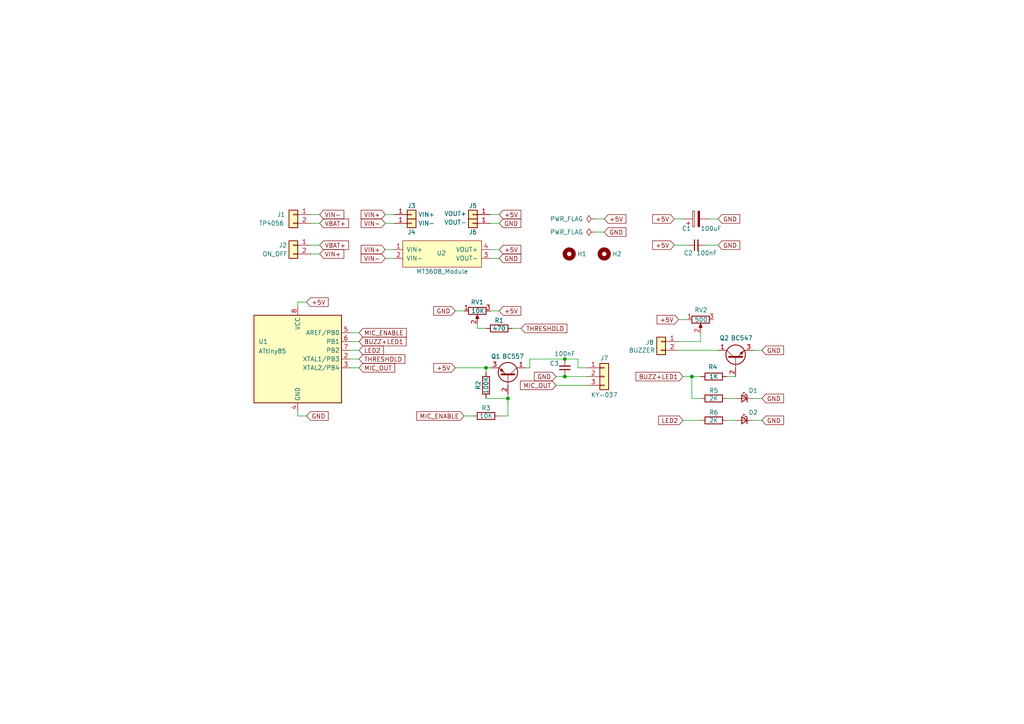
<source format=kicad_sch>
(kicad_sch (version 20250114) (generator "eeschema") (generator_version "9.0")
  (paper "A4")
  (lib_symbols
    (symbol "Connector_Generic:Conn_01x01" (pin_names (offset 1.016) (hide yes))
      (property "Reference" "J" (at 0 2.54 0))
      (property "Value" "Conn_01x01" (at 0 -2.54 0))
      (symbol "Conn_01x01_1_1"
        (rectangle (start -1.27 1.27) (end 1.27 -1.27) (stroke (width 0.254)) (fill (type background)))
        (rectangle (start -1.27 0.127) (end 0 -0.127) (stroke (width 0.1524)))
        (pin passive line (at -5.08 0 0) (length 3.81) (name "Pin_1") (number "1"))
      )
    )
    (symbol "Connector_Generic:Conn_01x02" (pin_names (offset 1.016) (hide yes))
      (property "Reference" "J" (at 0 2.54 0))
      (property "Value" "Conn_01x02" (at 0 -5.08 0))
      (symbol "Conn_01x02_1_1"
        (rectangle (start -1.27 1.27) (end 1.27 -3.81) (stroke (width 0.254)) (fill (type background)))
        (rectangle (start -1.27 0.127) (end 0 -0.127) (stroke (width 0.1524)))
        (rectangle (start -1.27 -2.413) (end 0 -2.667) (stroke (width 0.1524)))
        (pin passive line (at -5.08 0 0) (length 3.81) (name "Pin_1") (number "1"))
        (pin passive line (at -5.08 -2.54 0) (length 3.81) (name "Pin_2") (number "2"))
      )
    )
    (symbol "Connector_Generic:Conn_01x03" (pin_names (offset 1.016) (hide yes))
      (property "Reference" "J" (at 0 5.08 0))
      (property "Value" "Conn_01x03" (at 0 -5.08 0))
      (symbol "Conn_01x03_1_1"
        (rectangle (start -1.27 3.81) (end 1.27 -3.81) (stroke (width 0.254)) (fill (type background)))
        (rectangle (start -1.27 2.667) (end 0 2.413) (stroke (width 0.1524)))
        (rectangle (start -1.27 0.127) (end 0 -0.127) (stroke (width 0.1524)))
        (rectangle (start -1.27 -2.413) (end 0 -2.667) (stroke (width 0.1524)))
        (pin passive line (at -5.08 2.54 0) (length 3.81) (name "Pin_1") (number "1"))
        (pin passive line (at -5.08 0 0) (length 3.81) (name "Pin_2") (number "2"))
        (pin passive line (at -5.08 -2.54 0) (length 3.81) (name "Pin_3") (number "3"))
      )
    )
    (symbol "Custom:DC_Boost_Converter_MT3608_Module" (pin_names (offset 1.016))
      (property "Reference" "U" (at -0.254 0 0))
      (property "Value" "MT3608_Module" (at 0 -6.35 0))
      (symbol "DC_Boost_Converter_MT3608_Module_0_1"
        (rectangle (start -11.43 3.81) (end 11.43 -3.81) (fill (type background)))
      )
      (symbol "DC_Boost_Converter_MT3608_Module_1_1"
        (pin input line (at -13.97 1.27 0) (length 2.54) (name "VIN+") (number "1"))
        (pin input line (at -13.97 -1.27 0) (length 2.54) (name "VIN-") (number "2"))
        (pin input line (at 13.97 1.27 180) (length 2.54) (name "VOUT+") (number "4"))
        (pin input line (at 13.97 -1.27 180) (length 2.54) (name "VOUT-") (number "3"))
      )
    )
    (symbol "Device:C_Polarized" (pin_numbers (hide yes)) (pin_names (offset 0.254))
      (property "Reference" "C" (at 0.635 2.54 0))
      (property "Value" "C_Polarized" (at 0.635 -2.54 0))
      (symbol "C_Polarized_0_1"
        (rectangle (start -2.286 0.508) (end 2.286 1.016))
        (polyline (pts (xy -1.778 2.286) (xy -0.762 2.286)))
        (polyline (pts (xy -1.27 2.794) (xy -1.27 1.778)))
        (rectangle (start 2.286 -0.508) (end -2.286 -1.016) (fill (type outline)))
      )
      (symbol "C_Polarized_1_1"
        (pin passive line (at 0 3.81 270) (length 2.794) (name "~") (number "1"))
        (pin passive line (at 0 -3.81 90) (length 2.794) (name "~") (number "2"))
      )
    )
    (symbol "Device:R" (pin_numbers (hide yes)) (pin_names (offset 0))
      (property "Reference" "R" (at 2.032 0 90))
      (property "Value" "R" (at 0 0 90))
      (symbol "R_0_1"
        (rectangle (start -1.016 -2.54) (end 1.016 2.54) (stroke (width 0.254)))
      )
      (symbol "R_1_1"
        (pin passive line (at 0 3.81 270) (length 1.27) (name "~") (number "1"))
        (pin passive line (at 0 -3.81 90) (length 1.27) (name "~") (number "2"))
      )
    )
    (symbol "Device:R_Potentiometer" (pin_names (offset 1.016) (hide yes))
      (property "Reference" "RV" (at -4.445 0 90))
      (property "Value" "R_Potentiometer" (at -2.54 0 90))
      (symbol "R_Potentiometer_0_1"
        (rectangle (start 1.016 2.54) (end -1.016 -2.54) (stroke (width 0.254)))
        (polyline (pts (xy 1.143 0) (xy 2.286 0.508) (xy 2.286 -0.508) (xy 1.143 0)) (fill (type outline)))
        (polyline (pts (xy 2.54 0) (xy 1.524 0)))
      )
      (symbol "R_Potentiometer_1_1"
        (pin passive line (at 0 3.81 270) (length 1.27) (name "1") (number "1"))
        (pin passive line (at 0 -3.81 90) (length 1.27) (name "3") (number "3"))
        (pin passive line (at 3.81 0 180) (length 1.27) (name "2") (number "2"))
      )
    )
    (symbol "MCU_Microchip_ATtiny:ATtiny85-20P"
      (property "Reference" "U1" (at -8.636 5.842 0))
      (property "Value" "ATtiny85" (at -11.43 3.81 0))
      (symbol "ATtiny85-20P_0_1"
        (rectangle (start -12.7 12.7) (end 12.7 -12.7) (stroke (width 0.254)) (fill (type background)))
      )
      (symbol "ATtiny85-20P_1_1"
        (pin power_in line (at 0 15.24 270) (length 2.54) (name "VCC") (number "8"))
        (pin power_in line (at 0 -15.24 90) (length 2.54) (name "GND") (number "4"))
        (pin bidirectional line (at 15.24 7.62 180) (length 2.54) (name "AREF/PB0") (number "5"))
        (pin bidirectional line (at 15.24 5.08 180) (length 2.54) (name "PB1") (number "6"))
        (pin bidirectional line (at 15.24 2.54 180) (length 2.54) (name "PB2") (number "7"))
        (pin bidirectional line (at 15.24 0 180) (length 2.54) (name "XTAL1/PB3") (number "2"))
        (pin bidirectional line (at 15.24 -2.54 180) (length 2.54) (name "XTAL2/PB4") (number "3"))
      )
    )
    (symbol "Mechanical:MountingHole" (pin_names (offset 1.016)) (in_bom no)
      (property "Reference" "H" (at 0 5.08 0))
      (property "Value" "MountingHole" (at 0 3.175 0))
      (symbol "MountingHole_0_1"
        (circle (center 0 0) (radius 1.27) (stroke (width 1.27)))
      )
    )
    (symbol "PCM_SparkFun-Capacitor:C" (pin_numbers (hide yes)) (pin_names (offset 0.254))
      (property "Reference" "C" (at 0.635 2.54 0))
      (property "Value" "C" (at 0.635 -2.54 0))
      (property "Voltage" "1kV" (at 0 -6.35 0))
      (property "Tolerance" "100%" (at 0 -8.89 0))
      (symbol "C_0_1"
        (polyline (pts (xy -1.524 0.508) (xy 1.524 0.508)) (stroke (width 0.3048)))
        (polyline (pts (xy -1.524 -0.508) (xy 1.524 -0.508)) (stroke (width 0.3302)))
      )
      (symbol "C_1_1"
        (pin passive line (at 0 2.54 270) (length 2.032) (name "~") (number "1"))
        (pin passive line (at 0 -2.54 90) (length 2.032) (name "~") (number "2"))
      )
    )
    (symbol "PCM_SparkFun-LED:LED" (pin_numbers (hide yes)) (pin_names (offset 1.016) (hide yes))
      (property "Reference" "D" (at 0 2.54 0))
      (property "Value" "LED" (at 0 -2.54 0))
      (symbol "LED_0_1"
        (polyline (pts (xy -0.762 -1.016) (xy -0.762 1.016)) (stroke (width 0.254)))
        (polyline (pts (xy 0 0.762) (xy -0.508 1.27) (xy -0.254 1.27) (xy -0.508 1.27) (xy -0.508 1.016)))
        (polyline (pts (xy 0.508 1.27) (xy 0 1.778) (xy 0.254 1.778) (xy 0 1.778) (xy 0 1.524)))
        (polyline (pts (xy 0.762 -1.016) (xy -0.762 0) (xy 0.762 1.016) (xy 0.762 -1.016)) (stroke (width 0.254)))
        (polyline (pts (xy 1.016 0) (xy -0.762 0)))
      )
      (symbol "LED_1_1"
        (pin passive line (at -2.54 0 0) (length 1.778) (name "K") (number "1"))
        (pin passive line (at 2.54 0 180) (length 1.778) (name "A") (number "2"))
      )
    )
    (symbol "R_Potentiometer_1" (pin_names (offset 1.016) (hide yes))
      (property "Reference" "RV2" (at -2.794 1.778 90))
      (property "Value" "500" (at 0 1.778 90))
      (symbol "R_Potentiometer_1_0_1"
        (rectangle (start 1.016 2.54) (end -1.016 -2.54) (stroke (width 0.254)))
        (polyline (pts (xy 1.143 0) (xy 2.286 0.508) (xy 2.286 -0.508) (xy 1.143 0)) (fill (type outline)))
        (polyline (pts (xy 2.54 0) (xy 1.524 0)))
      )
      (symbol "R_Potentiometer_1_1_1"
        (pin free line (at 0 3.81 270) (length 1.27) (name "1") (number "1"))
        (pin free line (at 0 -3.81 90) (length 1.27) (name "3") (number "3"))
        (pin passive line (at 3.81 0 180) (length 1.27) (name "2") (number "2"))
      )
    )
    (symbol "Transistor_BJT:BC547" (pin_names (offset 0) (hide yes))
      (property "Reference" "Q" (at 5.08 1.905 0))
      (property "Value" "BC547" (at 5.08 0 0))
      (symbol "BC547_0_1"
        (polyline (pts (xy -2.54 0) (xy 0.635 0)))
        (polyline (pts (xy 0.635 1.905) (xy 0.635 -1.905)) (stroke (width 0.508)))
        (circle (center 1.27 0) (radius 2.8194) (stroke (width 0.254)))
      )
      (symbol "BC547_1_1"
        (polyline (pts (xy 0.635 0.635) (xy 2.54 2.54)))
        (polyline (pts (xy 0.635 -0.635) (xy 2.54 -2.54)))
        (polyline (pts (xy 1.27 -1.778) (xy 1.778 -1.27) (xy 2.286 -2.286) (xy 1.27 -1.778)) (fill (type outline)))
        (pin input line (at -5.08 0 0) (length 2.54) (name "B") (number "2"))
        (pin passive line (at 2.54 5.08 270) (length 2.54) (name "C") (number "1"))
        (pin passive line (at 2.54 -5.08 90) (length 2.54) (name "E") (number "3"))
      )
    )
    (symbol "Transistor_BJT:BC557" (pin_names (offset 0) (hide yes))
      (property "Reference" "Q" (at 5.08 1.905 0))
      (property "Value" "BC557" (at 5.08 0 0))
      (symbol "BC557_0_1"
        (polyline (pts (xy -2.54 0) (xy 0.635 0)))
        (polyline (pts (xy 0.635 1.905) (xy 0.635 -1.905)) (stroke (width 0.508)))
        (polyline (pts (xy 0.635 0.635) (xy 2.54 2.54)))
        (polyline (pts (xy 0.635 -0.635) (xy 2.54 -2.54)))
        (circle (center 1.27 0) (radius 2.8194) (stroke (width 0.254)))
        (polyline (pts (xy 2.286 -1.778) (xy 1.778 -2.286) (xy 1.27 -1.27) (xy 2.286 -1.778)) (fill (type outline)))
      )
      (symbol "BC557_1_1"
        (pin input line (at -5.08 0 0) (length 2.54) (name "B") (number "2"))
        (pin passive line (at 2.54 5.08 270) (length 2.54) (name "C") (number "1"))
        (pin passive line (at 2.54 -5.08 90) (length 2.54) (name "E") (number "3"))
      )
    )
    (symbol "power:PWR_FLAG" (power) (pin_numbers (hide yes)) (pin_names (offset 0) (hide yes))
      (property "Value" "PWR_FLAG" (at 0 3.81 0))
      (symbol "PWR_FLAG_0_0"
        (pin power_out line (at 0 0 90) (length 0) (name "~") (number "1"))
      )
      (symbol "PWR_FLAG_0_1"
        (polyline (pts (xy 0 0) (xy 0 1.27) (xy -1.016 1.905) (xy 0 2.54) (xy 1.016 1.905) (xy 0 1.27)))
      )
    )
  )
  (junction (at 163.83 104.14))
  (junction (at 147.32 115.57))
  (junction (at 163.83 109.22))
  (junction (at 200.66 109.22))
  (junction (at 140.97 106.68))
  (wire (pts (xy 198.12 109.22) (xy 200.66 109.22)))
  (wire (pts (xy 142.24 62.23) (xy 144.78 62.23)))
  (wire (pts (xy 144.78 120.65) (xy 147.32 120.65)))
  (wire (pts (xy 132.08 90.17) (xy 134.62 90.17)))
  (wire (pts (xy 210.82 115.57) (xy 213.36 115.57)))
  (wire (pts (xy 196.85 101.6) (xy 208.28 101.6)))
  (wire (pts (xy 167.64 106.68) (xy 167.64 104.14)))
  (wire (pts (xy 111.76 72.39) (xy 114.3 72.39)))
  (wire (pts (xy 163.83 109.22) (xy 161.29 109.22)))
  (wire (pts (xy 153.67 106.68) (xy 153.67 104.14)))
  (wire (pts (xy 218.44 121.92) (xy 220.98 121.92)))
  (wire (pts (xy 86.36 120.65) (xy 86.36 119.38)))
  (wire (pts (xy 203.2 99.06) (xy 196.85 99.06)))
  (wire (pts (xy 90.17 71.12) (xy 92.71 71.12)))
  (wire (pts (xy 205.74 63.5) (xy 208.28 63.5)))
  (wire (pts (xy 140.97 115.57) (xy 147.32 115.57)))
  (wire (pts (xy 218.44 115.57) (xy 220.98 115.57)))
  (wire (pts (xy 142.24 64.77) (xy 144.78 64.77)))
  (wire (pts (xy 203.2 96.52) (xy 203.2 99.06)))
  (wire (pts (xy 200.66 115.57) (xy 203.2 115.57)))
  (wire (pts (xy 101.6 99.06) (xy 104.14 99.06)))
  (wire (pts (xy 196.85 92.71) (xy 199.39 92.71)))
  (wire (pts (xy 200.66 109.22) (xy 203.2 109.22)))
  (wire (pts (xy 90.17 62.23) (xy 92.71 62.23)))
  (wire (pts (xy 153.67 104.14) (xy 163.83 104.14)))
  (wire (pts (xy 195.58 63.5) (xy 198.12 63.5)))
  (wire (pts (xy 152.4 106.68) (xy 153.67 106.68)))
  (wire (pts (xy 210.82 109.22) (xy 213.36 109.22)))
  (wire (pts (xy 101.6 101.6) (xy 104.14 101.6)))
  (wire (pts (xy 140.97 106.68) (xy 140.97 107.95)))
  (wire (pts (xy 134.62 120.65) (xy 137.16 120.65)))
  (wire (pts (xy 138.43 95.25) (xy 140.97 95.25)))
  (wire (pts (xy 132.08 106.68) (xy 140.97 106.68)))
  (wire (pts (xy 90.17 73.66) (xy 92.71 73.66)))
  (wire (pts (xy 170.18 106.68) (xy 167.64 106.68)))
  (wire (pts (xy 218.44 101.6) (xy 220.98 101.6)))
  (wire (pts (xy 148.59 95.25) (xy 151.13 95.25)))
  (wire (pts (xy 147.32 115.57) (xy 147.32 114.3)))
  (wire (pts (xy 172.72 67.31) (xy 175.26 67.31)))
  (wire (pts (xy 86.36 88.9) (xy 86.36 87.63)))
  (wire (pts (xy 101.6 106.68) (xy 104.14 106.68)))
  (wire (pts (xy 163.83 104.14) (xy 167.64 104.14)))
  (wire (pts (xy 198.12 121.92) (xy 203.2 121.92)))
  (wire (pts (xy 147.32 120.65) (xy 147.32 115.57)))
  (wire (pts (xy 90.17 64.77) (xy 92.71 64.77)))
  (wire (pts (xy 200.66 109.22) (xy 200.66 115.57)))
  (wire (pts (xy 163.83 109.22) (xy 170.18 109.22)))
  (wire (pts (xy 101.6 96.52) (xy 104.14 96.52)))
  (wire (pts (xy 142.24 72.39) (xy 144.78 72.39)))
  (wire (pts (xy 138.43 95.25) (xy 138.43 93.98)))
  (wire (pts (xy 140.97 106.68) (xy 142.24 106.68)))
  (wire (pts (xy 101.6 104.14) (xy 104.14 104.14)))
  (wire (pts (xy 170.18 111.76) (xy 161.29 111.76)))
  (wire (pts (xy 111.76 62.23) (xy 114.3 62.23)))
  (wire (pts (xy 142.24 74.93) (xy 144.78 74.93)))
  (wire (pts (xy 88.9 120.65) (xy 86.36 120.65)))
  (wire (pts (xy 172.72 63.5) (xy 175.26 63.5)))
  (wire (pts (xy 195.58 71.12) (xy 199.39 71.12)))
  (wire (pts (xy 210.82 121.92) (xy 213.36 121.92)))
  (wire (pts (xy 204.47 71.12) (xy 208.28 71.12)))
  (wire (pts (xy 142.24 90.17) (xy 144.78 90.17)))
  (wire (pts (xy 111.76 64.77) (xy 114.3 64.77)))
  (wire (pts (xy 86.36 87.63) (xy 88.9 87.63)))
  (wire (pts (xy 111.76 74.93) (xy 114.3 74.93)))
  (global_label "+5V" (shape input) (at 132.08 106.68 180) (property "Intersheetrefs" "${INTERSHEET_REFS}" (effects (hide yes))))
  (global_label "MIC_ENABLE" (shape input) (at 134.62 120.65 180) (property "Intersheetrefs" "${INTERSHEET_REFS}" (effects (hide yes))))
  (global_label "+5V" (shape input) (at 144.78 72.39 0) (property "Intersheetrefs" "${INTERSHEET_REFS}" (effects (hide yes))))
  (global_label "GND" (shape input) (at 208.28 63.5 0) (property "Intersheetrefs" "${INTERSHEET_REFS}" (effects (hide yes))))
  (global_label "VIN+" (shape input) (at 92.71 73.66 0) (property "Intersheetrefs" "${INTERSHEET_REFS}" (effects (hide yes))))
  (global_label "GND" (shape input) (at 175.26 67.31 0) (property "Intersheetrefs" "${INTERSHEET_REFS}" (effects (hide yes))))
  (global_label "BUZZ+LED1" (shape input) (at 198.12 109.22 180) (property "Intersheetrefs" "${INTERSHEET_REFS}" (effects (hide yes))))
  (global_label "LED2" (shape input) (at 104.14 101.6 0) (property "Intersheetrefs" "${INTERSHEET_REFS}" (effects (hide yes))))
  (global_label "GND" (shape input) (at 220.98 115.57 0) (property "Intersheetrefs" "${INTERSHEET_REFS}" (effects (hide yes))))
  (global_label "+5V" (shape input) (at 195.58 71.12 180) (property "Intersheetrefs" "${INTERSHEET_REFS}" (effects (hide yes))))
  (global_label "+5V" (shape input) (at 196.85 92.71 180) (property "Intersheetrefs" "${INTERSHEET_REFS}" (effects (hide yes))))
  (global_label "VIN-" (shape input) (at 111.76 74.93 180) (property "Intersheetrefs" "${INTERSHEET_REFS}" (effects (hide yes))))
  (global_label "MIC_OUT" (shape input) (at 161.29 111.76 180) (property "Intersheetrefs" "${INTERSHEET_REFS}" (effects (hide yes))))
  (global_label "VBAT+" (shape input) (at 92.71 64.77 0) (property "Intersheetrefs" "${INTERSHEET_REFS}" (effects (hide yes))))
  (global_label "GND" (shape input) (at 132.08 90.17 180) (property "Intersheetrefs" "${INTERSHEET_REFS}" (effects (hide yes))))
  (global_label "+5V" (shape input) (at 144.78 90.17 0) (property "Intersheetrefs" "${INTERSHEET_REFS}" (effects (hide yes))))
  (global_label "VIN+" (shape input) (at 111.76 72.39 180) (property "Intersheetrefs" "${INTERSHEET_REFS}" (effects (hide yes))))
  (global_label "THRESHOLD" (shape input) (at 104.14 104.14 0) (property "Intersheetrefs" "${INTERSHEET_REFS}" (effects (hide yes))))
  (global_label "GND" (shape input) (at 220.98 121.92 0) (property "Intersheetrefs" "${INTERSHEET_REFS}" (effects (hide yes))))
  (global_label "VIN+" (shape input) (at 111.76 62.23 180) (property "Intersheetrefs" "${INTERSHEET_REFS}" (effects (hide yes))))
  (global_label "MIC_ENABLE" (shape input) (at 104.14 96.52 0) (property "Intersheetrefs" "${INTERSHEET_REFS}" (effects (hide yes))))
  (global_label "GND" (shape input) (at 88.9 120.65 0) (property "Intersheetrefs" "${INTERSHEET_REFS}" (effects (hide yes))))
  (global_label "VBAT+" (shape input) (at 92.71 71.12 0) (property "Intersheetrefs" "${INTERSHEET_REFS}" (effects (hide yes))))
  (global_label "+5V" (shape input) (at 88.9 87.63 0) (property "Intersheetrefs" "${INTERSHEET_REFS}" (effects (hide yes))))
  (global_label "+5V" (shape input) (at 144.78 62.23 0) (property "Intersheetrefs" "${INTERSHEET_REFS}" (effects (hide yes))))
  (global_label "MIC_OUT" (shape input) (at 104.14 106.68 0) (property "Intersheetrefs" "${INTERSHEET_REFS}" (effects (hide yes))))
  (global_label "+5V" (shape input) (at 175.26 63.5 0) (property "Intersheetrefs" "${INTERSHEET_REFS}" (effects (hide yes))))
  (global_label "THRESHOLD" (shape input) (at 151.13 95.25 0) (property "Intersheetrefs" "${INTERSHEET_REFS}" (effects (hide yes))))
  (global_label "LED2" (shape input) (at 198.12 121.92 180) (property "Intersheetrefs" "${INTERSHEET_REFS}" (effects (hide yes))))
  (global_label "GND" (shape input) (at 208.28 71.12 0) (property "Intersheetrefs" "${INTERSHEET_REFS}" (effects (hide yes))))
  (global_label "GND" (shape input) (at 161.29 109.22 180) (property "Intersheetrefs" "${INTERSHEET_REFS}" (effects (hide yes))))
  (global_label "GND" (shape input) (at 220.98 101.6 0) (property "Intersheetrefs" "${INTERSHEET_REFS}" (effects (hide yes))))
  (global_label "+5V" (shape input) (at 195.58 63.5 180) (property "Intersheetrefs" "${INTERSHEET_REFS}" (effects (hide yes))))
  (global_label "GND" (shape input) (at 144.78 64.77 0) (property "Intersheetrefs" "${INTERSHEET_REFS}" (effects (hide yes))))
  (global_label "VIN-" (shape input) (at 92.71 62.23 0) (property "Intersheetrefs" "${INTERSHEET_REFS}" (effects (hide yes))))
  (global_label "GND" (shape input) (at 144.78 74.93 0) (property "Intersheetrefs" "${INTERSHEET_REFS}" (effects (hide yes))))
  (global_label "VIN-" (shape input) (at 111.76 64.77 180) (property "Intersheetrefs" "${INTERSHEET_REFS}" (effects (hide yes))))
  (global_label "BUZZ+LED1" (shape input) (at 104.14 99.06 0) (property "Intersheetrefs" "${INTERSHEET_REFS}" (effects (hide yes))))
  (symbol (lib_id "Custom:DC_Boost_Converter_MT3608_Module") (at 128.27 73.66 0) (unit 1)
    (property "Reference" "U2" (at 128.016 73.406 0))
    (property "Value" "MT3608_Module" (at 128.27 78.74 0))
    (property "Footprint" "Custom:DC_Boost_Converter_MT3608_Module" (effects (hide yes)))
  )
  (symbol (lib_id "PCM_SparkFun-LED:LED") (at 215.9 121.92 0) (mirror y) (unit 1)
    (property "Reference" "D2" (at 218.44 119.634 0))
    (property "Value" "LED" (effects (hide yes)))
    (property "Footprint" "LED_THT:LED_D3.0mm_Horizontal_O3.81mm_Z6.0mm" (effects (hide yes)))
    (property "Description" "Light emitting diode" (effects (hide yes)))
    (property "PROD_ID" "LED-" (effects (hide yes)))
  )
  (symbol (lib_id "Mechanical:MountingHole") (at 165.1 73.66 0) (unit 1) (in_bom no)
    (property "Reference" "H1" (at 167.386 73.66 0) (effects (justify left)))
    (property "Value" "MountingHole" (effects (hide yes)))
    (property "Footprint" "MountingHole:MountingHole_2.2mm_M2_ISO7380" (effects (hide yes)))
    (property "Description" "Mounting Hole without connection" (effects (hide yes)))
  )
  (symbol (lib_id "PCM_SparkFun-Capacitor:C") (at 163.83 106.68 180) (unit 1)
    (property "Reference" "C3" (at 160.782 105.41 0))
    (property "Value" "100nF" (at 163.83 102.616 0))
    (property "Footprint" "Capacitor_THT:C_Disc_D6.0mm_W2.5mm_P5.00mm" (effects (hide yes)))
    (property "Datasheet" "https://cdn.sparkfun.com/assets/8/a/4/a/5/Kemet_Capacitor_Datasheet.pdf" (effects (hide yes)))
    (property "Description" "Unpolarized capacitor" (effects (hide yes)))
    (property "PROD_ID" "CAP-00000" (effects (hide yes)))
    (property "Voltage" "1kV" (effects (hide yes)))
    (property "Tolerance" "100%" (effects (hide yes)))
  )
  (symbol (lib_id "Transistor_BJT:BC547") (at 213.36 104.14 90) (unit 1)
    (property "Reference" "Q2" (at 210.058 98.044 90))
    (property "Value" "BC547" (at 215.138 98.044 90))
    (property "Footprint" "Package_TO_SOT_THT:TO-92_Inline_Wide" (effects (hide yes)))
    (property "Datasheet" "https://www.onsemi.com/pub/Collateral/BC550-D.pdf" (effects (hide yes)))
    (property "Description" "0.1A Ic, 45V Vce, Small Signal NPN Transistor, TO-92" (effects (hide yes)))
  )
  (symbol (lib_id "Connector_Generic:Conn_01x03") (at 175.26 109.22 0) (unit 1)
    (property "Reference" "J7" (at 175.26 103.886 0))
    (property "Value" "KY-037" (at 175.26 114.554 0))
    (property "Footprint" "Connector_JST:JST_EH_B3B-EH-A_1x03_P2.50mm_Vertical" (effects (hide yes)))
    (property "Description" "Generic connector, single row, 01x03, script generated (kicad-library-utils/schlib/autogen/connector/)" (effects (hide yes)))
  )
  (symbol (lib_id "Device:R") (at 140.97 111.76 180) (unit 1)
    (property "Reference" "R2" (at 138.684 111.76 90))
    (property "Value" "100K" (at 140.97 111.76 90))
    (property "Footprint" "Resistor_THT:R_Axial_DIN0207_L6.3mm_D2.5mm_P2.54mm_Vertical" (effects (hide yes)))
    (property "Description" "Resistor" (effects (hide yes)))
  )
  (symbol (lib_id "Connector_Generic:Conn_01x02") (at 191.77 99.06 0) (mirror y) (unit 1)
    (property "Reference" "J8" (at 188.468 99.314 0))
    (property "Value" "BUZZER" (at 186.182 101.6 0))
    (property "Footprint" "Connector_JST:JST_EH_B2B-EH-A_1x02_P2.50mm_Vertical" (effects (hide yes)))
    (property "Description" "Generic connector, single row, 01x02, script generated (kicad-library-utils/schlib/autogen/connector/)" (effects (hide yes)))
  )
  (symbol (lib_id "Connector_Generic:Conn_01x02") (at 85.09 71.12 0) (mirror y) (unit 1)
    (property "Reference" "J2" (at 82.042 71.12 0))
    (property "Value" "ON_OFF" (at 79.756 73.66 0))
    (property "Footprint" "Connector_JST:JST_EH_B2B-EH-A_1x02_P2.50mm_Vertical" (effects (hide yes)))
    (property "Description" "Generic connector, single row, 01x02, script generated (kicad-library-utils/schlib/autogen/connector/)" (effects (hide yes)))
  )
  (symbol (lib_id "Connector_Generic:Conn_01x01") (at 119.38 62.23 0) (unit 1)
    (property "Reference" "J3" (at 119.38 59.69 0))
    (property "Value" "VIN+" (at 123.698 62.23 0))
    (property "Footprint" "Connector_PinHeader_2.54mm:PinHeader_1x01_P2.54mm_Vertical" (effects (hide yes)))
    (property "Description" "Generic connector, single row, 01x01, script generated (kicad-library-utils/schlib/autogen/connector/)" (effects (hide yes)))
  )
  (symbol (lib_id "MCU_Microchip_ATtiny:ATtiny85-20P") (at 86.36 104.14 0) (unit 1)
    (property "Reference" "U1" (at 77.724 99.06 0) (effects (justify right)))
    (property "Value" "ATtiny85" (at 74.93 101.854 0) (effects (justify left)))
    (property "Footprint" "Package_DIP:DIP-8_W7.62mm" (effects (hide yes)))
    (property "Datasheet" "http://ww1.microchip.com/downloads/en/DeviceDoc/atmel-2586-avr-8-bit-microcontroller-attiny25-attiny45-attiny85_datasheet.pdf" (effects (hide yes)))
    (property "Description" "20MHz, 8kB Flash, 512B SRAM, 512B EEPROM, debugWIRE, DIP-8" (effects (hide yes)))
  )
  (symbol (lib_id "Transistor_BJT:BC557") (at 147.32 109.22 270) (mirror x) (unit 1)
    (property "Reference" "Q1" (at 143.764 103.378 90))
    (property "Value" "BC557" (at 148.844 103.378 90))
    (property "Footprint" "Package_TO_SOT_THT:TO-92_Inline_Wide" (effects (hide yes)))
    (property "Datasheet" "https://www.onsemi.com/pub/Collateral/BC556BTA-D.pdf" (effects (hide yes)))
    (property "Description" "0.1A Ic, 45V Vce, PNP Small Signal Transistor, TO-92" (effects (hide yes)))
  )
  (symbol (lib_id "Connector_Generic:Conn_01x01") (at 119.38 64.77 0) (unit 1)
    (property "Reference" "J4" (at 119.38 67.31 0))
    (property "Value" "VIN-" (at 123.698 64.77 0))
    (property "Footprint" "Connector_PinHeader_2.54mm:PinHeader_1x01_P2.54mm_Vertical" (effects (hide yes)))
    (property "Description" "Generic connector, single row, 01x01, script generated (kicad-library-utils/schlib/autogen/connector/)" (effects (hide yes)))
  )
  (symbol (lib_id "power:PWR_FLAG") (at 172.72 63.5 90) (unit 1)
    (property "Reference" "#FLG01" (effects (hide yes)))
    (property "Value" "PWR_FLAG" (at 164.338 63.5 90))
    (property "Description" "Special symbol for telling ERC where power comes from" (effects (hide yes)))
  )
  (symbol (lib_id "PCM_SparkFun-Capacitor:C") (at 201.93 71.12 90) (unit 1)
    (property "Reference" "C2" (at 199.644 73.406 90))
    (property "Value" "100nF" (at 204.978 73.406 90))
    (property "Footprint" "Capacitor_THT:C_Disc_D6.0mm_W2.5mm_P5.00mm" (effects (hide yes)))
    (property "Datasheet" "https://cdn.sparkfun.com/assets/8/a/4/a/5/Kemet_Capacitor_Datasheet.pdf" (effects (hide yes)))
    (property "Description" "Unpolarized capacitor" (effects (hide yes)))
    (property "PROD_ID" "CAP-00000" (effects (hide yes)))
    (property "Voltage" "1kV" (effects (hide yes)))
    (property "Tolerance" "100%" (effects (hide yes)))
  )
  (symbol (lib_id "Connector_Generic:Conn_01x01") (at 137.16 64.77 180) (unit 1)
    (property "Reference" "J6" (at 137.16 67.31 0))
    (property "Value" "VOUT-" (at 132.08 64.516 0))
    (property "Footprint" "Connector_PinHeader_2.54mm:PinHeader_1x01_P2.54mm_Vertical" (effects (hide yes)))
    (property "Description" "Generic connector, single row, 01x01, script generated (kicad-library-utils/schlib/autogen/connector/)" (effects (hide yes)))
  )
  (symbol (lib_id "Device:R") (at 144.78 95.25 90) (unit 1)
    (property "Reference" "R1" (at 144.78 92.964 90))
    (property "Value" "470" (at 144.78 95.25 90))
    (property "Footprint" "Resistor_THT:R_Axial_DIN0207_L6.3mm_D2.5mm_P2.54mm_Vertical" (effects (hide yes)))
    (property "Description" "Resistor" (effects (hide yes)))
  )
  (symbol (lib_id "Device:R") (at 140.97 120.65 90) (unit 1)
    (property "Reference" "R3" (at 140.97 118.364 90))
    (property "Value" "10K" (at 140.97 120.65 90))
    (property "Footprint" "Resistor_THT:R_Axial_DIN0207_L6.3mm_D2.5mm_P7.62mm_Horizontal" (effects (hide yes)))
    (property "Description" "Resistor" (effects (hide yes)))
  )
  (symbol (lib_name "R_Potentiometer_1") (lib_id "Device:R_Potentiometer") (at 203.2 92.71 90) (mirror x) (unit 1)
    (property "Reference" "RV2" (at 201.422 89.916 90) (effects (justify right)))
    (property "Value" "500" (at 201.422 92.71 90) (effects (justify right)))
    (property "Footprint" "Custom:Trimmer_Piher_PT10-V10_Vertical" (effects (hide yes)))
    (property "Description" "Potentiometer" (effects (hide yes)))
  )
  (symbol (lib_id "Device:R") (at 207.01 121.92 90) (unit 1)
    (property "Reference" "R6" (at 207.01 119.634 90))
    (property "Value" "2K" (at 207.01 121.92 90))
    (property "Footprint" "Resistor_THT:R_Axial_DIN0207_L6.3mm_D2.5mm_P2.54mm_Vertical" (effects (hide yes)))
    (property "Description" "Resistor" (effects (hide yes)))
  )
  (symbol (lib_id "Device:R") (at 207.01 115.57 90) (unit 1)
    (property "Reference" "R5" (at 207.01 113.284 90))
    (property "Value" "2K" (at 207.01 115.57 90))
    (property "Footprint" "Resistor_THT:R_Axial_DIN0207_L6.3mm_D2.5mm_P2.54mm_Vertical" (effects (hide yes)))
    (property "Description" "Resistor" (effects (hide yes)))
  )
  (symbol (lib_id "PCM_SparkFun-LED:LED") (at 215.9 115.57 0) (mirror y) (unit 1)
    (property "Reference" "D1" (at 218.44 113.284 0))
    (property "Value" "LED" (effects (hide yes)))
    (property "Footprint" "LED_THT:LED_D3.0mm_Horizontal_O3.81mm_Z6.0mm" (effects (hide yes)))
    (property "Description" "Light emitting diode" (effects (hide yes)))
    (property "PROD_ID" "LED-" (effects (hide yes)))
  )
  (symbol (lib_id "Connector_Generic:Conn_01x01") (at 137.16 62.23 180) (unit 1)
    (property "Reference" "J5" (at 137.16 59.69 0))
    (property "Value" "VOUT+" (at 132.08 61.976 0))
    (property "Footprint" "Connector_PinHeader_2.54mm:PinHeader_1x01_P2.54mm_Vertical" (effects (hide yes)))
    (property "Description" "Generic connector, single row, 01x01, script generated (kicad-library-utils/schlib/autogen/connector/)" (effects (hide yes)))
  )
  (symbol (lib_id "Device:R") (at 207.01 109.22 90) (unit 1)
    (property "Reference" "R4" (at 206.756 106.426 90))
    (property "Value" "1K" (at 207.01 109.22 90))
    (property "Footprint" "Resistor_THT:R_Axial_DIN0207_L6.3mm_D2.5mm_P7.62mm_Horizontal" (effects (hide yes)))
    (property "Description" "Resistor" (effects (hide yes)))
  )
  (symbol (lib_id "Device:C_Polarized") (at 201.93 63.5 90) (unit 1)
    (property "Reference" "C1" (at 199.136 66.294 90))
    (property "Value" "100uF" (at 206.248 66.294 90))
    (property "Footprint" "Capacitor_THT:CP_Radial_D8.0mm_P3.80mm" (effects (hide yes)))
    (property "Description" "Polarized capacitor" (effects (hide yes)))
  )
  (symbol (lib_id "Device:R_Potentiometer") (at 138.43 90.17 90) (mirror x) (unit 1)
    (property "Reference" "RV1" (at 138.43 87.63 90))
    (property "Value" "10K" (at 136.652 90.17 90) (effects (justify right)))
    (property "Footprint" "Custom:Trimmer_Piher_PT10-V10_Vertical" (effects (hide yes)))
    (property "Description" "Potentiometer" (effects (hide yes)))
  )
  (symbol (lib_id "Connector_Generic:Conn_01x02") (at 85.09 62.23 0) (mirror y) (unit 1)
    (property "Reference" "J1" (at 81.534 62.23 0))
    (property "Value" "TP4056" (at 78.74 64.77 0))
    (property "Footprint" "Connector_JST:JST_EH_B2B-EH-A_1x02_P2.50mm_Vertical" (effects (hide yes)))
    (property "Description" "Generic connector, single row, 01x02, script generated (kicad-library-utils/schlib/autogen/connector/)" (effects (hide yes)))
  )
  (symbol (lib_id "Mechanical:MountingHole") (at 175.26 73.66 0) (unit 1) (in_bom no)
    (property "Reference" "H2" (at 177.546 73.66 0) (effects (justify left)))
    (property "Value" "MountingHole" (effects (hide yes)))
    (property "Footprint" "MountingHole:MountingHole_2.2mm_M2_ISO7380" (effects (hide yes)))
    (property "Description" "Mounting Hole without connection" (effects (hide yes)))
  )
  (symbol (lib_id "power:PWR_FLAG") (at 172.72 67.31 90) (unit 1)
    (property "Reference" "#FLG02" (effects (hide yes)))
    (property "Value" "PWR_FLAG" (at 164.338 67.31 90))
    (property "Description" "Special symbol for telling ERC where power comes from" (effects (hide yes)))
  )
)
</source>
